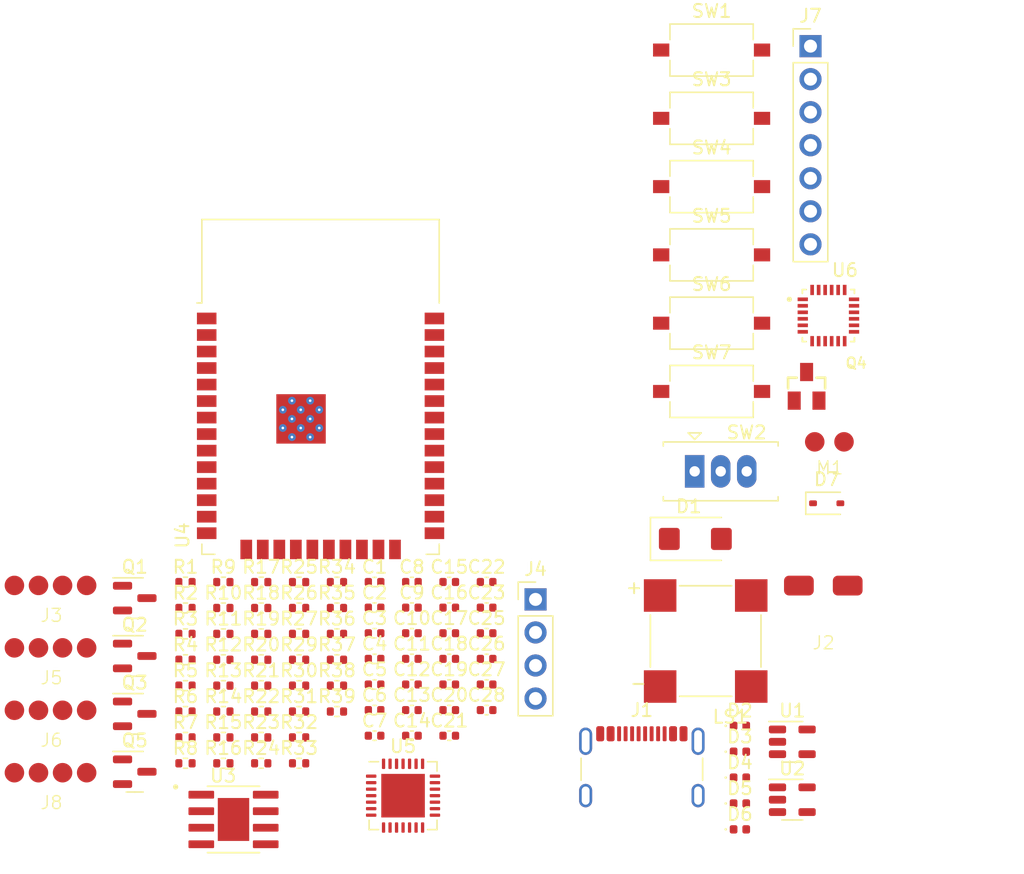
<source format=kicad_pcb>
(kicad_pcb (version 20221018) (generator pcbnew)
  (layers (0 "F.Cu" signal) (31 "B.Cu" signal) (34 "B.Paste" user) (35 "F.Paste" user) (36 "B.SilkS" user "B.Silkscreen") (37 "F.SilkS" user "F.Silkscreen") (38 "B.Mask" user) (39 "F.Mask" user) (44 "Edge.Cuts" user))
  (net 0 "")
  (net 1 "GND")
  (net 2 "+5V")
  (net 3 "VBUS")
  (net 4 "+3.3V")
  (net 5 "/IO0")
  (net 6 "Net-(U6-REGOUT)")
  (net 7 "Net-(U6-CPOUT)")
  (net 8 "/Mode")
  (net 9 "/Down")
  (net 10 "/Select")
  (net 11 "/Up")
  (net 12 "Net-(D2-A)")
  (net 13 "Net-(D3-K)")
  (net 14 "Net-(D4-K)")
  (net 15 "/RX")
  (net 16 "Net-(D5-A)")
  (net 17 "/TX")
  (net 18 "Net-(D6-A)")
  (net 19 "Net-(J1-CC1)")
  (net 20 "/D+")
  (net 21 "/D-")
  (net 23 "Net-(J1-CC2)")
  (net 25 "+BATT")
  (net 26 "Net-(Q1-G)")
  (net 27 "/27")
  (net 28 "/14")
  (net 29 "/12")
  (net 30 "/SCL")
  (net 31 "/SDA")
  (net 32 "/RX2")
  (net 33 "/TX2")
  (net 37 "Net-(M1-+)")
  (net 38 "Net-(Q2-B)")
  (net 39 "/RTS")
  (net 40 "Net-(Q3-B)")
  (net 41 "/DTR")
  (net 42 "/motor")
  (net 43 "Net-(U3-~{STDBY})")
  (net 44 "Net-(U3-~{CHRG})")
  (net 45 "Net-(U3-PROG)")
  (net 46 "/ADC_Batt")
  (net 47 "Net-(U6-AD0)")
  (net 48 "Net-(SW2-A)")
  (net 49 "/Buzz")
  (net 75 "/EN")
  (net 76 "ENA")
  (net 77 "Net-(Q5-C)")
  (net 78 "Net-(U5-VDD)")
  (net 79 "Net-(U4-VDD)")
  (net 80 "Net-(U6-VDD)")
  (net 81 "Net-(D7-PadC)")
  (net 82 "Net-(Q1-D)")
  (net 83 "Net-(J4-Pin_2)")
  (net 84 "Net-(J5-Pin_4)")
  (net 85 "Net-(Q4-Pad3)")
  (net 86 "Net-(U1-VOUT)")
  (net 87 "Net-(U5-RXD)")
  (net 88 "Net-(U5-TXD)")
  (net 89 "Net-(U5-~{RST})")
  (net 90 "Net-(U5-VBUS)")
  (net 91 "Net-(U3-VCC)")
  (net 110 "Net-(J6-Pin_2)")
  (footprint "Resistor_SMD:R_0402_1005Metric" (layer "F.Cu") (at 45.9145 161.644)
    (fp_text reference "R34" (at 0 -1.17) (layer "F.SilkS"))
    (fp_text value "0")
    (pad "1" smd roundrect (at -0.51 0) (size 0.54 0.64) (layers "F.Cu" "F.Paste" "F.Mask") (net 3 "VBUS"))
    (pad "2" smd roundrect (at 0.51 0) (size 0.54 0.64) (layers "F.Cu" "F.Paste" "F.Mask") (net 82 "Net-(Q1-D)"))
  )
  (footprint "Package_TO_SOT_SMD:SOT-23" (layer "F.Cu") (at 30.3745 176.224)
    (fp_text reference "Q5" (at 0 -2.4) (layer "F.SilkS"))
    (fp_text value "BC847")
    (pad "1" smd roundrect (at -0.9375 -0.95) (size 1.475 0.6) (layers "F.Cu" "F.Paste" "F.Mask") (net 49 "/Buzz"))
    (pad "2" smd roundrect (at -0.9375 0.95) (size 1.475 0.6) (layers "F.Cu" "F.Paste" "F.Mask") (net 1 "GND"))
    (pad "3" smd roundrect (at 0.9375 0) (size 1.475 0.6) (layers "F.Cu" "F.Paste" "F.Mask") (net 77 "Net-(Q5-C)"))
  )
  (footprint "Resistor_SMD:R_0402_1005Metric" (layer "F.Cu") (at 34.2745 173.584)
    (fp_text reference "R7" (at 0 -1.17) (layer "F.SilkS"))
    (fp_text value "1K")
    (pad "1" smd roundrect (at -0.51 0) (size 0.54 0.64) (layers "F.Cu" "F.Paste" "F.Mask") (net 1 "GND"))
    (pad "2" smd roundrect (at 0.51 0) (size 0.54 0.64) (layers "F.Cu" "F.Paste" "F.Mask") (net 45 "Net-(U3-PROG)"))
  )
  (footprint "Resistor_SMD:R_0402_1005Metric" (layer "F.Cu") (at 37.1845 169.604)
    (fp_text reference "R13" (at 0 -1.17) (layer "F.SilkS"))
    (fp_text value "1K")
    (pad "1" smd roundrect (at -0.51 0) (size 0.54 0.64) (layers "F.Cu" "F.Paste" "F.Mask") (net 5 "/IO0"))
    (pad "2" smd roundrect (at 0.51 0) (size 0.54 0.64) (layers "F.Cu" "F.Paste" "F.Mask") (net 4 "+3.3V"))
  )
  (footprint "Button_Switch_SMD:solder_pad_4" (layer "F.Cu") (at 23.9795 179.099)
    (fp_text reference "J8" (at 0 -0.5 unlocked) (layer "F.SilkS") (effects (font (thickness 0.1))))
    (fp_text value "ICSP")
    (pad "1" smd circle (at -2.85 -2.8) (size 1.5 1.5) (layers "F.Cu" "F.Paste" "F.Mask") (net 1 "GND"))
    (pad "2" smd circle (at -1 -2.8) (size 1.5 1.5) (layers "F.Cu" "F.Paste" "F.Mask") (net 17 "/TX"))
    (pad "3" smd circle (at 0.85 -2.8) (size 1.5 1.5) (layers "F.Cu" "F.Paste" "F.Mask") (net 15 "/RX"))
    (pad "4" smd circle (at 2.7 -2.8) (size 1.5 1.5) (layers "F.Cu" "F.Paste" "F.Mask") (net 2 "+5V"))
  )
  (footprint "Capacitor_SMD:C_0402_1005Metric" (layer "F.Cu") (at 48.8045 173.454)
    (fp_text reference "C7" (at 0 -1.16) (layer "F.SilkS"))
    (fp_text value "0.1uF")
    (pad "1" smd roundrect (at -0.48 0) (size 0.56 0.62) (layers "F.Cu" "F.Paste" "F.Mask") (net 1 "GND"))
    (pad "2" smd roundrect (at 0.48 0) (size 0.56 0.62) (layers "F.Cu" "F.Paste" "F.Mask") (net 75 "/EN"))
  )
  (footprint "Capacitor_SMD:C_0402_1005Metric" (layer "F.Cu") (at 54.5445 167.544)
    (fp_text reference "C18" (at 0 -1.16) (layer "F.SilkS"))
    (fp_text value "0.1uF")
    (pad "1" smd roundrect (at -0.48 0) (size 0.56 0.62) (layers "F.Cu" "F.Paste" "F.Mask") (net 1 "GND"))
    (pad "2" smd roundrect (at 0.48 0) (size 0.56 0.62) (layers "F.Cu" "F.Paste" "F.Mask") (net 4 "+3.3V"))
  )
  (footprint "Capacitor_SMD:C_0402_1005Metric" (layer "F.Cu") (at 51.6745 171.484)
    (fp_text reference "C13" (at 0 -1.16) (layer "F.SilkS"))
    (fp_text value "0.1uF")
    (pad "1" smd roundrect (at -0.48 0) (size 0.56 0.62) (layers "F.Cu" "F.Paste" "F.Mask") (net 4 "+3.3V"))
    (pad "2" smd roundrect (at 0.48 0) (size 0.56 0.62) (layers "F.Cu" "F.Paste" "F.Mask") (net 1 "GND"))
  )
  (footprint "LED_SMD:LED_0402_1005Metric" (layer "F.Cu") (at 76.8795 178.664)
    (fp_text reference "D5" (at 0 -1.17) (layer "F.SilkS"))
    (fp_text value "LED")
    (pad "1" smd roundrect (at -0.485 0) (size 0.59 0.64) (layers "F.Cu" "F.Paste" "F.Mask") (net 15 "/RX"))
    (pad "2" smd roundrect (at 0.485 0) (size 0.59 0.64) (layers "F.Cu" "F.Paste" "F.Mask") (net 16 "Net-(D5-A)"))
  )
  (footprint "Button_Switch_SMD:SW_Tactile_SPST_NO_Straight_CK_PTS636Sx25SMTRLFS" (layer "F.Cu") (at 74.7045 136.484)
    (fp_text reference "SW5" (at 0 -3 unlocked) (layer "F.SilkS"))
    (fp_text value "Mode")
    (pad "1" smd rect (at -3.875 0) (size 1.25 1) (layers "F.Cu" "F.Paste" "F.Mask") (net 9 "/Down"))
    (pad "2" smd rect (at 3.875 0) (size 1.25 1) (layers "F.Cu" "F.Paste" "F.Mask") (net 1 "GND"))
  )
  (footprint "Capacitor_SMD:C_0402_1005Metric" (layer "F.Cu") (at 48.8045 169.514)
    (fp_text reference "C5" (at 0 -1.16) (layer "F.SilkS"))
    (fp_text value "0.1uF")
    (pad "1" smd roundrect (at -0.48 0) (size 0.56 0.62) (layers "F.Cu" "F.Paste" "F.Mask") (net 1 "GND"))
    (pad "2" smd roundrect (at 0.48 0) (size 0.56 0.62) (layers "F.Cu" "F.Paste" "F.Mask") (net 3 "VBUS"))
  )
  (footprint "Resistor_SMD:R_0402_1005Metric" (layer "F.Cu") (at 34.2745 165.624)
    (fp_text reference "R3" (at 0 -1.17) (layer "F.SilkS"))
    (fp_text value "100K")
    (pad "1" smd roundrect (at -0.51 0) (size 0.54 0.64) (layers "F.Cu" "F.Paste" "F.Mask") (net 26 "Net-(Q1-G)"))
    (pad "2" smd roundrect (at 0.51 0) (size 0.54 0.64) (layers "F.Cu" "F.Paste" "F.Mask") (net 1 "GND"))
  )
  (footprint "Connector_PinHeader_2.54mm:PinHeader_1x07_P2.54mm_Vertical" (layer "F.Cu") (at 82.3045 120.434)
    (fp_text reference "J7" (at 0 -2.33) (layer "F.SilkS"))
    (fp_text value "MAX30102")
    (pad "1" thru_hole rect (at 0 0) (size 1.7 1.7) (drill 1) (layers "*.Cu" "*.Mask") (net 4 "+3.3V"))
    (pad "2" thru_hole oval (at 0 2.54) (size 1.7 1.7) (drill 1) (layers "*.Cu" "*.Mask") (net 30 "/SCL"))
    (pad "3" thru_hole oval (at 0 5.08) (size 1.7 1.7) (drill 1) (layers "*.Cu" "*.Mask") (net 31 "/SDA"))
    (pad "4" thru_hole oval (at 0 7.62) (size 1.7 1.7) (drill 1) (layers "*.Cu" "*.Mask"))
    (pad "5" thru_hole oval (at 0 10.16) (size 1.7 1.7) (drill 1) (layers "*.Cu" "*.Mask"))
    (pad "6" thru_hole oval (at 0 12.7) (size 1.7 1.7) (drill 1) (layers "*.Cu" "*.Mask"))
    (pad "7" thru_hole oval (at 0 15.24) (size 1.7 1.7) (drill 1) (layers "*.Cu" "*.Mask") (net 1 "GND"))
  )
  (footprint "Capacitor_SMD:C_0402_1005Metric" (layer "F.Cu") (at 57.4145 165.574)
    (fp_text reference "C25" (at 0 -1.16) (layer "F.SilkS"))
    (fp_text value "0.1uF")
    (pad "1" smd roundrect (at -0.48 0) (size 0.56 0.62) (layers "F.Cu" "F.Paste" "F.Mask") (net 1 "GND"))
    (pad "2" smd roundrect (at 0.48 0) (size 0.56 0.62) (layers "F.Cu" "F.Paste" "F.Mask") (net 8 "/Mode"))
  )
  (footprint "Resistor_SMD:R_0402_1005Metric" (layer "F.Cu") (at 37.1845 165.624)
    (fp_text reference "R11" (at 0 -1.17) (layer "F.SilkS"))
    (fp_text value "150E")
    (pad "1" smd roundrect (at -0.51 0) (size 0.54 0.64) (layers "F.Cu" "F.Paste" "F.Mask") (net 4 "+3.3V"))
    (pad "2" smd roundrect (at 0.51 0) (size 0.54 0.64) (layers "F.Cu" "F.Paste" "F.Mask") (net 18 "Net-(D6-A)"))
  )
  (footprint "Capacitor_SMD:C_0402_1005Metric" (layer "F.Cu") (at 54.5445 163.604)
    (fp_text reference "C16" (at 0 -1.16) (layer "F.SilkS"))
    (fp_text value "0.1uF")
    (pad "1" smd roundrect (at -0.48 0) (size 0.56 0.62) (layers "F.Cu" "F.Paste" "F.Mask") (net 3 "VBUS"))
    (pad "2" smd roundrect (at 0.48 0) (size 0.56 0.62) (layers "F.Cu" "F.Paste" "F.Mask") (net 1 "GND"))
  )
  (footprint "Package_TO_SOT_SMD:SOT-23" (layer "F.Cu") (at 30.3745 171.774)
    (fp_text reference "Q3" (at 0 -2.4) (layer "F.SilkS"))
    (fp_text value "BC817")
    (pad "1" smd roundrect (at -0.9375 -0.95) (size 1.475 0.6) (layers "F.Cu" "F.Paste" "F.Mask") (net 40 "Net-(Q3-B)"))
    (pad "2" smd roundrect (at -0.9375 0.95) (size 1.475 0.6) (layers "F.Cu" "F.Paste" "F.Mask") (net 41 "/DTR"))
    (pad "3" smd roundrect (at 0.9375 0) (size 1.475 0.6) (layers "F.Cu" "F.Paste" "F.Mask") (net 5 "/IO0"))
  )
  (footprint "Capacitor_SMD:C_0402_1005Metric" (layer "F.Cu") (at 48.8045 171.484)
    (fp_text reference "C6" (at 0 -1.16) (layer "F.SilkS"))
    (fp_text value "0.1uF")
    (pad "1" smd roundrect (at -0.48 0) (size 0.56 0.62) (layers "F.Cu" "F.Paste" "F.Mask") (net 1 "GND"))
    (pad "2" smd roundrect (at 0.48 0) (size 0.56 0.62) (layers "F.Cu" "F.Paste" "F.Mask") (net 3 "VBUS"))
  )
  (footprint "Capacitor_SMD:C_0402_1005Metric" (layer "F.Cu") (at 51.6745 163.604)
    (fp_text reference "C9" (at 0 -1.16) (layer "F.SilkS"))
    (fp_text value "0.1uF")
    (pad "1" smd roundrect (at -0.48 0) (size 0.56 0.62) (layers "F.Cu" "F.Paste" "F.Mask") (net 1 "GND"))
    (pad "2" smd roundrect (at 0.48 0) (size 0.56 0.62) (layers "F.Cu" "F.Paste" "F.Mask") (net 79 "Net-(U4-VDD)"))
  )
  (footprint "Resistor_SMD:R_0402_1005Metric" (layer "F.Cu") (at 40.0945 161.644)
    (fp_text reference "R17" (at 0 -1.17) (layer "F.SilkS"))
    (fp_text value "10K")
    (pad "1" smd roundrect (at -0.51 0) (size 0.54 0.64) (layers "F.Cu" "F.Paste" "F.Mask") (net 46 "/ADC_Batt"))
    (pad "2" smd roundrect (at 0.51 0) (size 0.54 0.64) (layers "F.Cu" "F.Paste" "F.Mask") (net 1 "GND"))
  )
  (footprint "Resistor_SMD:R_0402_1005Metric" (layer "F.Cu") (at 43.0045 173.584)
    (fp_text reference "R32" (at 0 -1.17) (layer "F.SilkS"))
    (fp_text value "4.7K")
    (pad "1" smd roundrect (at -0.51 0) (size 0.54 0.64) (layers "F.Cu" "F.Paste" "F.Mask") (net 78 "Net-(U5-VDD)"))
    (pad "2" smd roundrect (at 0.51 0) (size 0.54 0.64) (layers "F.Cu" "F.Paste" "F.Mask") (net 89 "Net-(U5-~{RST})"))
  )
  (footprint "Resistor_SMD:R_0402_1005Metric" (layer "F.Cu") (at 34.2745 161.644)
    (fp_text reference "R1" (at 0 -1.17) (layer "F.SilkS"))
    (fp_text value "5.1K")
    (pad "1" smd roundrect (at -0.51 0) (size 0.54 0.64) (layers "F.Cu" "F.Paste" "F.Mask") (net 23 "Net-(J1-CC2)"))
    (pad "2" smd roundrect (at 0.51 0) (size 0.54 0.64) (layers "F.Cu" "F.Paste" "F.Mask") (net 1 "GND"))
  )
  (footprint "Capacitor_SMD:C_0402_1005Metric" (layer "F.Cu") (at 54.5445 165.574)
    (fp_text reference "C17" (at 0 -1.16) (layer "F.SilkS"))
    (fp_text value "0.1uF")
    (pad "1" smd roundrect (at -0.48 0) (size 0.56 0.62) (layers "F.Cu" "F.Paste" "F.Mask") (net 1 "GND"))
    (pad "2" smd roundrect (at 0.48 0) (size 0.56 0.62) (layers "F.Cu" "F.Paste" "F.Mask") (net 4 "+3.3V"))
  )
  (footprint "Resistor_SMD:R_0402_1005Metric" (layer "F.Cu") (at 37.1845 171.594)
    (fp_text reference "R14" (at 0 -1.17) (layer "F.SilkS"))
    (fp_text value "1K")
    (pad "1" smd roundrect (at -0.51 0) (size 0.54 0.64) (layers "F.Cu" "F.Paste" "F.Mask") (net 31 "/SDA"))
    (pad "2" smd roundrect (at 0.51 0) (size 0.54 0.64) (layers "F.Cu" "F.Paste" "F.Mask") (net 4 "+3.3V"))
  )
  (footprint "Resistor_SMD:R_0402_1005Metric" (layer "F.Cu") (at 34.2745 163.634)
    (fp_text reference "R2" (at 0 -1.17) (layer "F.SilkS"))
    (fp_text value "5.1K")
    (pad "1" smd roundrect (at -0.51 0) (size 0.54 0.64) (layers "F.Cu" "F.Paste" "F.Mask") (net 19 "Net-(J1-CC1)"))
    (pad "2" smd roundrect (at 0.51 0) (size 0.54 0.64) (layers "F.Cu" "F.Paste" "F.Mask") (net 1 "GND"))
  )
  (footprint "Diode_SMD:D_SOD-323" (layer "F.Cu") (at 83.5495 155.584)
    (fp_text reference "D7" (at 0 -1.85) (layer "F.SilkS"))
    (fp_text value "1N4148")
    (pad "A" smd roundrect (at -1.05 0) (size 0.6 0.45) (layers "F.Cu" "F.Paste" "F.Mask") (net 77 "Net-(Q5-C)"))
    (pad "C" smd roundrect (at 1.05 0) (size 0.6 0.45) (layers "F.Cu" "F.Paste" "F.Mask") (net 81 "Net-(D7-PadC)"))
  )
  (footprint "Capacitor_SMD:C_0402_1005Metric" (layer "F.Cu") (at 51.6745 173.454)
    (fp_text reference "C14" (at 0 -1.16) (layer "F.SilkS"))
    (fp_text value "0.1uF")
    (pad "1" smd roundrect (at -0.48 0) (size 0.56 0.62) (layers "F.Cu" "F.Paste" "F.Mask") (net 4 "+3.3V"))
    (pad "2" smd roundrect (at 0.48 0) (size 0.56 0.62) (layers "F.Cu" "F.Paste" "F.Mask") (net 1 "GND"))
  )
  (footprint "Capacitor_SMD:C_0402_1005Metric" (layer "F.Cu") (at 51.6745 169.514)
    (fp_text reference "C12" (at 0 -1.16) (layer "F.SilkS"))
    (fp_text value "0.1uF")
    (pad "1" smd roundrect (at -0.48 0) (size 0.56 0.62) (layers "F.Cu" "F.Paste" "F.Mask") (net 4 "+3.3V"))
    (pad "2" smd roundrect (at 0.48 0) (size 0.56 0.62) (layers "F.Cu" "F.Paste" "F.Mask") (net 1 "GND"))
  )
  (footprint "Package_TO_SOT_SMD:SOT-23-5" (layer "F.Cu") (at 80.9045 178.374)
    (fp_text reference "U2" (at 0 -2.4) (layer "F.SilkS"))
    (fp_text value "AP2112K-3.3")
    (pad "1" smd roundrect (at -1.1375 -0.95) (size 1.325 0.6) (layers "F.Cu" "F.Paste" "F.Mask") (net 3 "VBUS"))
    (pad "2" smd roundrect (at -1.1375 0) (size 1.325 0.6) (layers "F.Cu" "F.Paste" "F.Mask") (net 1 "GND"))
    (pad "3" smd roundrect (at -1.1375 0.95) (size 1.325 0.6) (layers "F.Cu" "F.Paste" "F.Mask") (net 76 "ENA"))
    (pad "4" smd roundrect (at 1.1375 0.95) (size 1.325 0.6) (layers "F.Cu" "F.Paste" "F.Mask"))
    (pad "5" smd roundrect (at 1.1375 -0.95) (size 1.325 0.6) (layers "F.Cu" "F.Paste" "F.Mask") (net 86 "Net-(U1-VOUT)"))
  )
  (footprint "Resistor_SMD:R_0402_1005Metric" (layer "F.Cu") (at 34.2745 167.614)
    (fp_text reference "R4" (at 0 -1.17) (layer "F.SilkS"))
    (fp_text value "150E")
    (pad "1" smd roundrect (at -0.51 0) (size 0.54 0.64) (layers "F.Cu" "F.Paste" "F.Mask") (net 4 "+3.3V"))
    (pad "2" smd roundrect (at 0.51 0) (size 0.54 0.64) (layers "F.Cu" "F.Paste" "F.Mask") (net 12 "Net-(D2-A)"))
  )
  (footprint "Resistor_SMD:R_0402_1005Metric" (layer "F.Cu") (at 43.0045 175.574)
    (fp_text reference "R33" (at 0 -1.17) (layer "F.SilkS"))
    (fp_text value "0")
    (pad "1" smd roundrect (at -0.51 0) (size 0.54 0.64) (layers "F.Cu" "F.Paste" "F.Mask") (net 3 "VBUS"))
    (pad "2" smd roundrect (at 0.51 0) (size 0.54 0.64) (layers "F.Cu" "F.Paste" "F.Mask") (net 90 "Net-(U5-VBUS)"))
  )
  (footprint "Resistor_SMD:R_0402_1005Metric" (layer "F.Cu") (at 43.0045 171.594)
    (fp_text reference "R31" (at 0 -1.17) (layer "F.SilkS"))
    (fp_text value "220E")
    (pad "1" smd roundrect (at -0.51 0) (size 0.54 0.64) (layers "F.Cu" "F.Paste" "F.Mask") (net 17 "/TX"))
    (pad "2" smd roundrect (at 0.51 0) (size 0.54 0.64) (layers "F.Cu" "F.Paste" "F.Mask") (net 88 "Net-(U5-TXD)"))
  )
  (footprint "Capacitor_SMD:C_0402_1005Metric" (layer "F.Cu") (at 54.5445 173.454)
    (fp_text reference "C21" (at 0 -1.16) (layer "F.SilkS"))
    (fp_text value "0.1uF")
    (pad "1" smd roundrect (at -0.48 0) (size 0.56 0.62) (layers "F.Cu" "F.Paste" "F.Mask") (net 80 "Net-(U6-VDD)"))
    (pad "2" smd roundrect (at 0.48 0) (size 0.56 0.62) (layers "F.Cu" "F.Paste" "F.Mask") (net 1 "GND"))
  )
  (footprint "Resistor_SMD:R_0402_1005Metric" (layer "F.Cu") (at 37.1845 173.584)
    (fp_text reference "R15" (at 0 -1.17) (layer "F.SilkS"))
    (fp_text value "1K")
    (pad "1" smd roundrect (at -0.51 0) (size 0.54 0.64) (layers "F.Cu" "F.Paste" "F.Mask") (net 4 "+3.3V"))
    (pad "2" smd roundrect (at 0.51 0) (size 0.54 0.64) (layers "F.Cu" "F.Paste" "F.Mask") (net 30 "/SCL"))
  )
  (footprint "TP4056:SOP127P600X175-9N" (layer "F.Cu") (at 37.9645 179.894)
    (fp_text reference "U3" (at -0.795 -3.362) (layer "F.SilkS"))
    (fp_text value "TP4056")
    (pad "1" smd roundrect (at -2.475 -1.905) (size 1.97 0.6) (layers "F.Cu" "F.Paste" "F.Mask") (roundrect_rratio 0.125) (net 45 "Net-(U3-PROG)"))
    (pad "2" smd roundrect (at -2.475 -0.635) (size 1.97 0.6) (layers "F.Cu" "F.Paste" "F.Mask") (roundrect_rratio 0.125) (net 45 "Net-(U3-PROG)"))
    (pad "3" smd roundrect (at -2.475 0.635) (size 1.97 0.6) (layers "F.Cu" "F.Paste" "F.Mask") (roundrect_rratio 0.125) (net 1 "GND"))
    (pad "4" smd roundrect (at -2.475 1.905) (size 1.97 0.6) (layers "F.Cu" "F.Paste" "F.Mask") (roundrect_rratio 0.125) (net 91 "Net-(U3-VCC)"))
    (pad "5" smd roundrect (at 2.475 1.905) (size 1.97 0.6) (layers "F.Cu" "F.Paste" "F.Mask") (roundrect_rratio 0.125) (net 25 "+BATT"))
    (pad "6" smd roundrect (at 2.475 0.635) (size 1.97 0.6) (layers "F.Cu" "F.Paste" "F.Mask") (roundrect_rratio 0.125) (net 43 "Net-(U3-~{STDBY})"))
    (pad "7" smd roundrect (at 2.475 -0.635) (size 1.97 0.6) (layers "F.Cu" "F.Paste" "F.Mask") (roundrect_rratio 0.125) (net 44 "Net-(U3-~{CHRG})"))
    (pad "8" smd roundrect (at 2.475 -1.905) (size 1.97 0.6) (layers "F.Cu" "F.Paste" "F.Mask") (roundrect_rratio 0.125) (net 2 "+5V"))
    (pad "9" smd rect (at 0 0) (size 2.413 3.302) (layers "F.Cu" "F.Mask") (net 1 "GND"))
  )
  (footprint "Button_Switch_SMD:solder_pad_4" (layer "F.Cu") (at 23.9795 169.499)
    (fp_text reference "J5" (at 0 -0.5 unlocked) (layer "F.SilkS") (effects (font (thickness 0.1))))
    (fp_text value "BN220")
    (pad "1" smd circle (at -2.85 -2.8) (size 1.5 1.5) (layers "F.Cu" "F.Paste" "F.Mask") (net 1 "GND"))
    (pad "2" smd circle (at -1 -2.8) (size 1.5 1.5) (layers "F.Cu" "F.Paste" "F.Mask") (net 32 "/RX2"))
    (pad "3" smd circle (at 0.85 -2.8) (size 1.5 1.5) (layers "F.Cu" "F.Paste" "F.Mask") (net 33 "/TX2"))
    (pad "4" smd circle (at 2.7 -2.8) (size 1.5 1.5) (layers "F.Cu" "F.Paste" "F.Mask") (net 84 "Net-(J5-Pin_4)"))
  )
  (footprint "LED_SMD:LED_0402_1005Metric" (layer "F.Cu") (at 76.8795 180.654)
    (fp_text reference "D6" (at 0 -1.17) (layer "F.SilkS"))
    (fp_text value "LED")
    (pad "1" smd roundrect (at -0.485 0) (size 0.59 0.64) (layers "F.Cu" "F.Paste" "F.Mask") (net 17 "/TX"))
    (pad "2" smd roundrect (at 0.485 0) (size 0.59 0.64) (layers "F.Cu" "F.Paste" "F.Mask") (net 18 "Net-(D6-A)"))
  )
  (footprint "Resistor_SMD:R_0402_1005Metric" (layer "F.Cu") (at 40.0945 175.574)
    (fp_text reference "R24" (at 0 -1.17) (layer "F.SilkS"))
    (fp_text value "1K")
    (pad "1" smd roundrect (at -0.51 0) (size 0.54 0.64) (layers "F.Cu" "F.Paste" "F.Mask") (net 11 "/Up"))
    (pad "2" smd roundrect (at 0.51 0) (size 0.54 0.64) (layers "F.Cu" "F.Paste" "F.Mask") (net 4 "+3.3V"))
  )
  (footprint "Capacitor_SMD:C_0402_1005Metric" (layer "F.Cu") (at 54.5445 171.484)
    (fp_text reference "C20" (at 0 -1.16) (layer "F.SilkS"))
    (fp_text value "0.1uF")
    (pad "1" smd roundrect (at -0.48 0) (size 0.56 0.62) (layers "F.Cu" "F.Paste" "F.Mask") (net 1 "GND"))
    (pad "2" smd roundrect (at 0.48 0) (size 0.56 0.62) (layers "F.Cu" "F.Paste" "F.Mask") (net 4 "+3.3V"))
  )
  (footprint "Button_Switch_SMD:SW_Tactile_SPST_NO_Straight_CK_PTS636Sx25SMTRLFS" (layer "F.Cu") (at 74.7045 125.984)
    (fp_text reference "SW3" (at 0 -3 unlocked) (layer "F.SilkS"))
    (fp_text value "SW_DPST_x2")
    (pad "1" smd rect (at -3.875 0) (size 1.25 1) (layers "F.Cu" "F.Paste" "F.Mask") (net 1 "GND"))
    (pad "2" smd rect (at 3.875 0) (size 1.25 1) (layers "F.Cu" "F.Paste" "F.Mask") (net 5 "/IO0"))
  )
  (footprint "Capacitor_SMD:C_0402_1005Metric" (layer "F.Cu") (at 57.4145 167.544)
    (fp_text reference "C26" (at 0 -1.16) (layer "F.SilkS"))
    (fp_text value "0.1uF")
    (pad "1" smd roundrect (at -0.48 0) (size 0.56 0.62) (layers "F.Cu" "F.Paste" "F.Mask") (net 1 "GND"))
    (pad "2" smd roundrect (at 0.48 0) (size 0.56 0.62) (layers "F.Cu" "F.Paste" "F.Mask") (net 9 "/Down"))
  )
  (footprint "Capacitor_SMD:C_0402_1005Metric" (layer "F.Cu") (at 48.8045 161.634)
    (fp_text reference "C1" (at 0 -1.16) (layer "F.SilkS"))
    (fp_text value "0.1uF")
    (pad "1" smd roundrect (at -0.48 0) (size 0.56 0.62) (layers "F.Cu" "F.Paste" "F.Mask") (net 2 "+5V"))
    (pad "2" smd roundrect (at 0.48 0) (size 0.56 0.62) (layers "F.Cu" "F.Paste" "F.Mask") (net 1 "GND"))
  )
  (footprint "Capacitor_SMD:C_0402_1005Metric" (layer "F.Cu") (at 48.8045 163.604)
    (fp_text reference "C2" (at 0 -1.16) (layer "F.SilkS"))
    (fp_text value "0.1uF")
    (pad "1" smd roundrect (at -0.48 0) (size 0.56 0.62) (layers "F.Cu" "F.Paste" "F.Mask") (net 1 "GND"))
    (pad "2" smd roundrect (at 0.48 0) (size 0.56 0.62) (layers "F.Cu" "F.Paste" "F.Mask") (net 82 "Net-(Q1-D)"))
  )
  (footprint "Resistor_SMD:R_0402_1005Metric" (layer "F.Cu") (at 43.0045 165.624)
    (fp_text reference "R27" (at 0 -1.17) (layer "F.SilkS"))
    (fp_text value "0")
    (pad "1" smd roundrect (at -0.51 0) (size 0.54 0.64) (layers "F.Cu" "F.Paste" "F.Mask") (net 4 "+3.3V"))
    (pad "2" smd roundrect (at 0.51 0) (size 0.54 0.64) (layers "F.Cu" "F.Paste" "F.Mask") (net 85 "Net-(Q4-Pad3)"))
  )
  (footprint "Resistor_SMD:R_0402_1005Metric" (layer "F.Cu") (at 43.0045 167.614)
    (fp_text reference "R29" (at 0 -1.17) (layer "F.SilkS"))
    (fp_text value "0")
    (pad "1" smd roundrect (at -0.51 0) (size 0.54 0.64) (layers "F.Cu" "F.Paste" "F.Mask") (net 4 "+3.3V"))
    (pad "2" smd roundrect (at 0.51 0) (size 0.54 0.64) (layers "F.Cu" "F.Paste" "F.Mask") (net 81 "Net-(D7-PadC)"))
  )
  (footprint "Capacitor_SMD:C_0402_1005Metric" (layer "F.Cu") (at 54.5445 169.514)
    (fp_text reference "C19" (at 0 -1.16) (layer "F.SilkS"))
    (fp_text value "0.1uF")
    (pad "1" smd roundrect (at -0.48 0) (size 0.56 0.62) (layers "F.Cu" "F.Paste" "F.Mask") (net 1 "GND"))
    (pad "2" smd roundrect (at 0.48 0) (size 0.56 0.62) (layers "F.Cu" "F.Paste" "F.Mask") (net 4 "+3.3V"))
  )
  (footprint "Resistor_SMD:R_0402_1005Metric" (layer "F.Cu") (at 43.0045 163.634)
    (fp_text reference "R26" (at 0 -1.17) (layer "F.SilkS"))
    (fp_text value "0")
    (pad "1" smd roundrect (at -0.51 0) (size 0.54 0.64) (layers "F.Cu" "F.Paste" "F.Mask") (net 4 "+3.3V"))
    (pad "2" smd roundrect (at 0.51 0) (size 0.54 0.64) (layers "F.Cu" "F.Paste" "F.Mask") (net 84 "Net-(J5-Pin_4)"))
  )
  (footprint "Button_Switch_SMD:solder_pad_4" (layer "F.Cu") (at 23.9795 164.699)
    (fp_text reference "J3" (at 0 -0.5 unlocked) (layer "F.SilkS") (effects (font (thickness 0.1))))
    (fp_text value "Peripheral")
    (pad "1" smd circle (at -2.85 -2.8) (size 1.5 1.5) (layers "F.Cu" "F.Paste" "F.Mask") (net 1 "GND"))
    (pad "2" smd circle (at -1 -2.8) (size 1.5 1.5) (layers "F.Cu" "F.Paste" "F.Mask") (net 27 "/27"))
    (pad "3" smd circle (at 0.85 -2.8) (size 1.5 1.5) (layers "F.Cu" "F.Paste" "F.Mask") (net 28 "/14"))
    (pad "4" smd circle (at 2.7 -2.8) (size 1.5 1.5) (layers "F.Cu" "F.Paste" "F.Mask") (net 29 "/12"))
  )
  (footprint "LED_SMD:LED_0402_1005Metric" (layer "F.Cu") (at 76.8795 172.694)
    (fp_text reference "D2" (at 0 -1.17) (layer "F.SilkS"))
    (fp_text value "LED")
    (pad "1" smd roundrect (at -0.485 0) (size 0.59 0.64) (layers "F.Cu" "F.Paste" "F.Mask") (net 1 "GND"))
    (pad "2" smd roundrect (at 0.485 0) (size 0.59 0.64) (layers "F.Cu" "F.Paste" "F.Mask") (net 12 "Net-(D2-A)"))
  )
  (footprint "Button_Switch_SMD:solder_pad_4" (layer "F.Cu") (at 23.9795 174.299)
    (fp_text reference "J6" (at 0 -0.5 unlocked) (layer "F.SilkS") (effects (font (thickness 0.1))))
    (fp_text value "Peripheral")
    (pad "1" smd circle (at -2.85 -2.8) (size 1.5 1.5) (layers "F.Cu" "F.Paste" "F.Mask") (net 1 "GND"))
    (pad "2" smd circle (at -1 -2.8) (size 1.5 1.5) (layers "F.Cu" "F.Paste" "F.Mask") (net 110 "Net-(J6-Pin_2)"))
    (pad "3" smd circle (at 0.85 -2.8) (size 1.5 1.5) (layers "F.Cu" "F.Paste" "F.Mask") (net 30 "/SCL"))
    (pad "4" smd circle (at 2.7 -2.8) (size 1.5 1.5) (layers "F.Cu" "F.Paste" "F.Mask") (net 31 "/SDA"))
  )
  (footprint "Resistor_SMD:R_0402_1005Metric" (layer "F.Cu") (at 40.0945 165.624)
    (fp_text reference "R19" (at 0 -1.17) (layer "F.SilkS"))
    (fp_text value "1K")
    (pad "1" smd roundrect (at -0.51 0) (size 0.54 0.64) (layers "F.Cu" "F.Paste" "F.Mask") (net 48 "Net-(SW2-A)"))
    (pad "2" smd roundrect (at 0.51 0) (size 0.54 0.64) (layers "F.Cu" "F.Paste" "F.Mask") (net 76 "ENA"))
  )
  (footprint "Resistor_SMD:R_0402_1005Metric" (layer "F.Cu") (at 45.9145 167.614)
    (fp_text reference "R37" (at 0 -1.17) (layer "F.SilkS"))
    (fp_text value "0")
    (pad "1" smd roundrect (at -0.51 0) (size 0.54 0.64) (layers "F.Cu" "F.Paste" "F.Mask") (net 4 "+3.3V"))
    (pad "2" smd roundrect (at 0.51 0) (size 0.54 0.64) (layers "F.Cu" "F.Paste" "F.Mask") (net 83 "Net-(J4-Pin_2)"))
  )
  (footprint "Button_Switch_SMD:SW_Tactile_SPST_NO_Straight_CK_PTS636Sx25SMTRLFS" (layer "F.Cu") (at 74.7045 141.734)
    (fp_text reference "SW6" (at 0 -3 unlocked) (layer "F.SilkS"))
    (fp_text value "Up")
    (pad "1" smd rect (at -3.875 0) (size 1.25 1) (layers "F.Cu" "F.Paste" "F.Mask") (net 10 "/Select"))
    (pad "2" smd rect (at 3.875 0) (size 1.25 1) (layers "F.Cu" "F.Paste" "F.Mask") (net 1 "GND"))
  )
  (footprint "Button_Switch_THT:SW_Slide_1P2T_CK_OS102011MS2Q" (layer "F.Cu") (at 73.4045 153.129)
    (fp_text reference "SW2" (at 3.99 -2.99) (layer "F.SilkS"))
    (fp_text value "SW_SPDT")
    (pad "1" thru_hole rect (at 0 0) (size 1.5 2.5) (drill 0.8) (layers "*.Cu" "*.Mask") (net 48 "Net-(SW2-A)"))
    (pad "2" thru_hole oval (at 2 0) (size 1.5 2.5) (drill 0.8) (layers "*.Cu" "*.Mask") (net 3 "VBUS"))
    (pad "3" thru_hole oval (at 4 0) (size 1.5 2.5) (drill 0.8) (layers "*.Cu" "*.Mask"))
  )
  (footprint "Resistor_SMD:R_0402_1005Metric" (layer "F.Cu") (at 37.1845 161.644)
    (fp_text reference "R9" (at 0 -1.17) (layer "F.SilkS"))
    (fp_text value "1K")
    (pad "1" smd roundrect (at -0.51 0) (size 0.54 0.64) (layers "F.Cu" "F.Paste" "F.Mask") (net 40 "Net-(Q3-B)"))
    (pad "2" smd roundrect (at 0.51 0) (size 0.54 0.64) (layers "F.Cu" "F.Paste" "F.Mask") (net 39 "/RTS"))
  )
  (footprint "Capacitor_SMD:C_0402_1005Metric" (layer "F.Cu") (at 57.4145 163.604)
    (fp_text reference "C23" (at 0 -1.16) (layer "F.SilkS"))
    (fp_text value "2.2nF")
    (pad "1" smd roundrect (at -0.48 0) (size 0.56 0.62) (layers "F.Cu" "F.Paste" "F.Mask") (net 7 "Net-(U6-CPOUT)"))
    (pad "2" smd roundrect (at 0.48 0) (size 0.56 0.62) (layers "F.Cu" "F.Paste" "F.Mask") (net 1 "GND"))
  )
  (footprint "Resistor_SMD:R_0402_1005Metric" (layer "F.Cu") (at 43.0045 161.644)
    (fp_text reference "R25" (at 0 -1.17) (layer "F.SilkS"))
    (fp_text value "0")
    (pad "1" smd roundrect (at -0.51 0) (size 0.54 0.64) (layers "F.Cu" "F.Paste" "F.Mask") (net 4 "+3.3V"))
    (pad "2" smd roundrect (at 0.51 0) (size 0.54 0.64) (layers "F.Cu" "F.Paste" "F.Mask") (net 86 "Net-(U1-VOUT)"))
  )
  (footprint "Capacitor_SMD:CUI_CMT-8530S-SMT" (layer "F.Cu") (at 64.2495 166.174)
    (fp_text reference "LS1" (at 11.901065 5.823585 180) (layer "F.SilkS") (effects (font (size 1.003205 1.003205))))
    (fp_text value "CMT-8530S-SMT")
    (fp_text user "-" (at 4.82828 3.22731 180) (layer "F.SilkS") (effects (font (size 1.002268 1.002268))))
    (fp_text user "+" (at 4.5 -4.13696 180) (layer "F.SilkS") (effects (font (size 1.001685 1.001685))))
    (pad "1" smd rect (at 13.5 3.5 180) (size 2.5 2.5) (layers "F.Cu" "F.Paste" "F.Mask"))
    (pad "2" smd rect (at 13.5 -3.5 180) (size 2.5 2.5) (layers "F.Cu" "F.Paste" "F.Mask"))
    (pad "N" smd rect (at 6.5 3.5 180) (size 2.5 2.5) (layers "F.Cu" "F.Paste" "F.Mask") (net 77 "Net-(Q5-C)"))
    (pad "P" smd rect (at 6.5 -3.5 180) (size 2.5 2.5) (layers "F.Cu" "F.Paste" "F.Mask") (net 81 "Net-(D7-PadC)"))
  )
  (footprint "Capacitor_SMD:C_0402_1005Metric" (layer "F.Cu") (at 48.8045 165.574)
    (fp_text reference "C3" (at 0 -1.16) (layer "F.SilkS"))
    (fp_text value "0.1uF")
    (pad "1" smd roundrect (at -0.48 0) (size 0.56 0.62) (layers "F.Cu" "F.Paste" "F.Mask") (net 1 "GND"))
    (pad "2" smd roundrect (at 0.48 0) (size 0.56 0.62) (layers "F.Cu" "F.Paste" "F.Mask") (net 26 "Net-(Q1-G)"))
  )
  (footprint "Capacitor_SMD:C_0402_1005Metric" (layer "F.Cu") (at 48.8045 167.544)
    (fp_text reference "C4" (at 0 -1.16) (layer "F.SilkS"))
    (fp_text value "0.1uF")
    (pad "1" smd roundrect (at -0.48 0) (size 0.56 0.62) (layers "F.Cu" "F.Paste" "F.Mask") (net 78 "Net-(U5-VDD)"))
    (pad "2" smd roundrect (at 0.48 0) (size 0.56 0.62) (layers "F.Cu" "F.Paste" "F.Mask") (net 1 "GND"))
  )
  (footprint "Package_DFN_QFN:QFN-28-1EP_5x5mm_P0.5mm_EP3.35x3.35mm" (layer "F.Cu") (at 50.9945 178.064)
    (fp_text reference "U5" (at 0 -3.8) (layer "F.SilkS"))
    (fp_text value "CP2102N-Axx-xQFN28")
    (pad "1" smd roundrect (at -2.45 -1.5) (size 0.8 0.25) (layers "F.Cu" "F.Paste" "F.Mask"))
    (pad "2" smd roundrect (at -2.45 -1) (size 0.8 0.25) (layers "F.Cu" "F.Paste" "F.Mask"))
    (pad "3" smd roundrect (at -2.45 -0.5) (size 0.8 0.25) (layers "F.Cu" "F.Paste" "F.Mask") (net 1 "GND"))
    (pad "4" smd roundrect (at -2.45 0) (size 0.8 0.25) (layers "F.Cu" "F.Paste" "F.Mask") (net 20 "/D+"))
    (pad "5" smd roundrect (at -2.45 0.5) (size 0.8 0.25) (layers "F.Cu" "F.Paste" "F.Mask") (net 21 "/D-"))
    (pad "6" smd roundrect (at -2.45 1) (size 0.8 0.25) (layers "F.Cu" "F.Paste" "F.Mask") (net 78 "Net-(U5-VDD)"))
    (pad "7" smd roundrect (at -2.45 1.5) (size 0.8 0.25) (layers "F.Cu" "F.Paste" "F.Mask") (net 3 "VBUS"))
    (pad "8" smd roundrect (at -1.5 2.45) (size 0.25 0.8) (layers "F.Cu" "F.Paste" "F.Mask") (net 90 "Net-(U5-VBUS)"))
    (pad "9" smd roundrect (at -1 2.45) (size 0.25 0.8) (layers "F.Cu" "F.Paste" "F.Mask") (net 89 "Net-(U5-~{RST})"))
    (pad "10" smd roundrect (at -0.5 2.45) (size 0.25 0.8) (layers "F.Cu" "F.Paste" "F.Mask"))
    (pad "11" smd roundrect (at 0 2.45) (size 0.25 0.8) (layers "F.Cu" "F.Paste" "F.Mask"))
    (pad "12" smd roundrect (at 0.5 2.45) (size 0.25 0.8) (layers "F.Cu" "F.Paste" "F.Mask"))
    (pad "13" smd roundrect (at 1 2.45) (size 0.25 0.8) (layers "F.Cu" "F.Paste" "F.Mask"))
    (pad "14" smd roundrect (at 1.5 2.45) (size 0.25 0.8) (layers "F.Cu" "F.Paste" "F.Mask"))
    (pad "15" smd roundrect (at 2.45 1.5) (size 0.8 0.25) (layers "F.Cu" "F.Paste" "F.Mask"))
    (pad "16" smd roundrect (at 2.45 1) (size 0.8 0.25) (layers "F.Cu" "F.Paste" "F.Mask"))
    (pad "17" smd roundrect (at 2.45 0.5) (size 0.8 0.25) (layers "F.Cu" "F.Paste" "F.Mask"))
    (pad "18" smd roundrect (at 2.45 0) (size 0.8 0.25) (layers "F.Cu" "F.Paste" "F.Mask"))
    (pad "19" smd roundrect (at 2.45 -0.5) (size 0.8 0.25) (layers "F.Cu" "F.Paste" "F.Mask"))
    (pad "20" smd roundrect (at 2.45 -1) (size 0.8 0.25) (layers "F.Cu" "F.Paste" "F.Mask"))
    (pad "21" smd roundrect (at 2.45 -1.5) (size 0.8 0.25) (layers "F.Cu" "F.Paste" "F.Mask"))
    (pad "22" smd roundrect (at 1.5 -2.45) (size 0.25 0.8) (layers "F.Cu" "F.Paste" "F.Mask"))
    (pad "23" smd roundrect (at 1 -2.45) (size 0.25 0.8) (layers "F.Cu" "F.Paste" "F.Mask"))
    (pad "24" smd roundrect (at 0.5 -2.45) (size 0.25 0.8) (layers "F.Cu" "F.Paste" "F.Mask") (net 39 "/RTS"))
    (pad "25" smd roundrect (at 0 -2.45) (size 0.25 0.8) (layers "F.Cu" "F.Paste" "F.Mask") (net 87 "Net-(U5-RXD)"))
    (pad "26" smd roundrect (at -0.5 -2.45) (size 0.25 0.8) (layers "F.Cu" "F.Paste" "F.Mask") (net 88 "Net-(U5-TXD)"))
    (pad "27" smd roundrect (at -1 -2.45) (size 0.25 0.8) (layers "F.Cu" "F.Paste" "F.Mask"))
    (pad "28" smd roundrect (at -1.5 -2.45) (size 0.25 0.8) (layers "F.Cu" "F.Paste" "F.Mask") (net 41 "/DTR"))
    (pad "29" smd rect (at 0 0) (size 3.35 3.35) (layers "F.Cu" "F.Mask") (net 1 "GND"))
  )
  (footprint "Package_TO_SOT_SMD:SOT-23" (layer "F.Cu") (at 30.3745 167.324)
    (fp_text reference "Q2" (at 0 -2.4) (layer "F.SilkS"))
    (fp_text value "BC817")
    (pad "1" smd roundrect (at -0.9375 -0.95) (size 1.475 0.6) (layers "F.Cu" "F.Paste" "F.Mask") (net 38 "Net-(Q2-B)"))
    (pad "2" smd roundrect (at -0.9375 0.95) (size 1.475 0.6) (layers "F.Cu" "F.Paste" "F.Mask") (net 39 "/RTS"))
    (pad "3" smd roundrect (at 0.9375 0) (size 1.475 0.6) (layers "F.Cu" "F.Paste" "F.Mask") (net 75 "/EN"))
  )
  (footprint "Button_Switch_SMD:P25_DO-214AC_SMA" (layer "F.Cu") (at 71.4545 158.324)
    (fp_text reference "D1" (at 1.5 -2.5) (layer "F.SilkS"))
    (fp_text value "SS34")
    (pad "A" smd roundrect (at 0 0) (size 1.6 1.7) (layers "F.Cu" "F.Paste" "F.Mask") (roundrect_rratio 0.1388888889) (net 26 "Net-(Q1-G)"))
    (pad "C" smd roundrect (at 4 0) (size 1.6 1.7) (layers "F.Cu" "F.Paste" "F.Mask") (roundrect_rratio 0.1388888889) (net 82 "Net-(Q1-D)"))
  )
  (footprint "Resistor_SMD:R_0402_1005Metric" (layer "F.Cu") (at 37.1845 175.574)
    (fp_text reference "R16" (at 0 -1.17) (layer "F.SilkS"))
    (fp_text value "1K")
    (pad "1" smd roundrect (at -0.51 0) (size 0.54 0.64) (layers "F.Cu" "F.Paste" "F.Mask") (net 25 "+BATT"))
    (pad "2" smd roundrect (at 0.51 0) (size 0.54 0.64) (layers "F.Cu" "F.Paste" "F.Mask") (net 46 "/ADC_Batt"))
  )
  (footprint "RF_Module:ESP32-WROOM-32D" (layer "F.Cu") (at 44.6545 149.624)
    (fp_text reference "U4" (at -10.61 8.43 90) (layer "F.SilkS"))
    (fp_text value "ESP32-WROOM-32D")
    (pad "1" smd rect (at -8.75 -8.25) (size 1.5 0.9) (layers "F.Cu" "F.Paste" "F.Mask") (net 1 "GND"))
    (pad "2" smd rect (at -8.75 -6.98) (size 1.5 0.9) (layers "F.Cu" "F.Paste" "F.Mask") (net 79 "Net-(U4-VDD)"))
    (pad "3" smd rect (at -8.75 -5.71) (size 1.5 0.9) (layers "F.Cu" "F.Paste" "F.Mask") (net 75 "/EN"))
    (pad "4" smd rect (at -8.75 -4.44) (size 1.5 0.9) (layers "F.Cu" "F.Paste" "F.Mask"))
    (pad "5" smd rect (at -8.75 -3.17) (size 1.5 0.9) (layers "F.Cu" "F.Paste" "F.Mask"))
    (pad "6" smd rect (at -8.75 -1.9) (size 1.5 0.9) (layers "F.Cu" "F.Paste" "F.Mask"))
    (pad "7" smd rect (at -8.75 -0.63) (size 1.5 0.9) (layers "F.Cu" "F.Paste" "F.Mask") (net 46 "/ADC_Batt"))
    (pad "8" smd rect (at -8.75 0.64) (size 1.5 0.9) (layers "F.Cu" "F.Paste" "F.Mask") (net 10 "/Select"))
    (pad "9" smd rect (at -8.75 1.91) (size 1.5 0.9) (layers "F.Cu" "F.Paste" "F.Mask") (net 11 "/Up"))
    (pad "10" smd rect (at -8.75 3.18) (size 1.5 0.9) (layers "F.Cu" "F.Paste" "F.Mask") (net 8 "/Mode"))
    (pad "11" smd rect (at -8.75 4.45) (size 1.5 0.9) (layers "F.Cu" "F.Paste" "F.Mask") (net 9 "/Down"))
    (pad "12" smd rect (at -8.75 5.72) (size 1.5 0.9) (layers "F.Cu" "F.Paste" "F.Mask") (net 27 "/27"))
    (pad "13" smd rect (at -8.75 6.99) (size 1.5 0.9) (layers "F.Cu" "F.Paste" "F.Mask") (net 28 "/14"))
    (pad "14" smd rect (at -8.75 8.26) (size 1.5 0.9) (layers "F.Cu" "F.Paste" "F.Mask") (net 29 "/12"))
    (pad "15" smd rect (at -5.71 9.51 90) (size 1.5 0.9) (layers "F.Cu" "F.Paste" "F.Mask") (net 1 "GND"))
    (pad "16" smd rect (at -4.44 9.51 90) (size 1.5 0.9) (layers "F.Cu" "F.Paste" "F.Mask"))
    (pad "17" smd rect (at -3.17 9.51 90) (size 1.5 0.9) (layers "F.Cu" "F.Paste" "F.Mask"))
    (pad "18" smd rect (at -1.9 9.51 90) (size 1.5 0.9) (layers "F.Cu" "F.Paste" "F.Mask"))
    (pad "19" smd rect (at -0.63 9.51 90) (size 1.5 0.9) (layers "F.Cu" "F.Paste" "F.Mask"))
    (pad "20" smd rect (at 0.64 9.51 90) (size 1.5 0.9) (layers "F.Cu" "F.Paste" "F.Mask"))
    (pad "21" smd rect (at 1.91 9.51 90) (size 1.5 0.9) (layers "F.Cu" "F.Paste" "F.Mask"))
    (pad "22" smd rect (at 3.18 9.51 90) (size 1.5 0.9) (layers "F.Cu" "F.Paste" "F.Mask"))
    (pad "23" smd rect (at 4.45 9.51 90) (size 1.5 0.9) (layers "F.Cu" "F.Paste" "F.Mask"))
    (pad "24" smd rect (at 5.72 9.51 90) (size 1.5 0.9) (layers "F.Cu" "F.Paste" "F.Mask"))
    (pad "25" smd rect (at 8.75 8.26) (size 1.5 0.9) (layers "F.Cu" "F.Paste" "F.Mask") (net 5 "/IO0"))
    (pad "26" smd rect (at 8.75 6.99) (size 1.5 0.9) (layers "F.Cu" "F.Paste" "F.Mask"))
    (pad "27" smd rect (at 8.75 5.72) (size 1.5 0.9) (layers "F.Cu" "F.Paste" "F.Mask") (net 32 "/RX2"))
    (pad "28" smd rect (at 8.75 4.45) (size 1.5 0.9) (layers "F.Cu" "F.Paste" "F.Mask") (net 33 "/TX2"))
    (pad "29" smd rect (at 8.75 3.18) (size 1.5 0.9) (layers "F.Cu" "F.Paste" "F.Mask") (net 49 "/Buzz"))
    (pad "30" smd rect (at 8.75 1.91) (size 1.5 0.9) (layers "F.Cu" "F.Paste" "F.Mask") (net 42 "/motor"))
    (pad "31" smd rect (at 8.75 0.64) (size 1.5 0.9) (layers "F.Cu" "F.Paste" "F.Mask"))
    (pad "32" smd rect (at 8.75 -0.63) (size 1.5 0.9) (layers "F.Cu" "F.Paste" "F.Mask"))
    (pad "33" smd rect (at 8.75 -1.9) (size 1.5 0.9) (layers "F.Cu" "F.Paste" "F.Mask") (net 31 "/SDA"))
    (pad "34" smd rect (at 8.75 -3.17) (size 1.5 0.9) (layers "F.Cu" "F.Paste" "F.Mask") (net 17 "/TX"))
    (pad "35" smd rect (at 8.75 -4.44) (size 1.5 0.9) (layers "F.Cu" "F.Paste" "F.Mask") (net 15 "/RX"))
    (pad "36" smd rect (at 8.75 -5.71) (size 1.5 0.9) (layers "F.Cu" "F.Paste" "F.Mask") (net 30 "/SCL"))
    (pad "37" smd rect (at 8.75 -6.98) (size 1.5 0.9) (layers "F.Cu" "F.Paste" "F.Mask"))
    (pad "38" smd rect (at 8.75 -8.25) (size 1.5 0.9) (layers "F.Cu" "F.Paste" "F.Mask") (net 1 "GND"))
    (pad "39" smd rect (at -2.9 -1.93) (size 0.9 0.9) (layers "F.Cu" "F.Paste") (net 1 "GND"))
    (pad "39" thru_hole circle (at -2.9 -1.23) (size 0.6 0.6) (drill 0.2) (property pad_prop_heatsink) (layers "*.Cu" "F.Mask") (net 1 "GND"))
    (pad "39" smd rect (at -2.9 -0.53) (size 0.9 0.9) (layers "F.Cu" "F.Paste") (net 1 "GND"))
    (pad "39" thru_hole circle (at -2.9 0.17) (size 0.6 0.6) (drill 0.2) (property pad_prop_heatsink) (layers "*.Cu" "F.Mask") (net 1 "GND"))
    (pad "39" smd rect (at -2.9 0.87) (size 0.9 0.9) (layers "F.Cu" "F.Paste") (net 1 "GND"))
    (pad "39" thru_hole circle (at -2.2 -1.93) (size 0.6 0.6) (drill 0.2) (property pad_prop_heatsink) (layers "*.Cu" "F.Mask") (net 1 "GND"))
    (pad "39" thru_hole circle (at -2.2 -0.53) (size 0.6 0.6) (drill 0.2) (property pad_prop_heatsink) (layers "*.Cu" "F.Mask") (net 1 "GND"))
    (pad "39" thru_hole circle (at -2.2 0.87) (size 0.6 0.6) (drill 0.2) (property pad_prop_heatsink) (layers "*.Cu" "F.Mask") (net 1 "GND"))
    (pad "39" thru_hole circle (at -1.525 -1.23) (size 0.6 0.6) (drill 0.2) (property pad_prop_heatsink) (layers "*.Cu" "F.Mask") (net 1 "GND"))
    (pad "39" thru_hole circle (at -1.525 0.17) (size 0.6 0.6) (drill 0.2) (property pad_prop_heatsink) (layers "*.Cu" "F.Mask") (net 1 "GND"))
    (pad "39" smd rect (at -1.5 -1.93) (size 0.9 0.9) (layers "F.Cu" "F.Paste") (net 1 "GND"))
    (pad "39" smd rect (at -1.5 -0.53) (size 0.9 0.9) (layers "F.Cu" "F.Paste") (net 1 "GND"))
    (pad "39" smd rect (at -1.5 -0.53) (size 3.8 3.8) (layers "F.Cu" "F.Mask") (net 1 "GND"))
    (pad "39" smd rect (at -1.5 0.87) (size 0.9 0.9) (layers "F.Cu" "F.Paste") (net 1 "GND"))
    (pad "39" thru_hole circle (at -0.8 -1.93) (size 0.6 0.6) (drill 0.2) (property pad_prop_heatsink) (layers "*.Cu" "F.Mask") (net 1 "GND"))
    (pad "39" thru_hole circle (at -0.8 -0.53) (size 0.6 0.6) (drill 0.2) (property pad_prop_heatsink) (layers "*.Cu" "F.Mask") (net 1 "GND"))
    (pad "39" thru_hole circle (at -0.8 0.87) (size 0.6 0.6) (drill 0.2) (property pad_prop_heatsink) (layers "*.Cu" "F.Mask") (net 1 "GND"))
    (pad "39" smd rect (at -0.1 -1.93) (size 0.9 0.9) (layers "F.Cu" "F.Paste") (net 1 "GND"))
    (pad "39" thru_hole circle (at -0.1 -1.23) (size 0.6 0.6) (drill 0.2) (property pad_prop_heatsink) (layers "*.Cu" "F.Mask") (net 1 "GND"))
    (pad "39" smd rect (at -0.1 -0.53) (size 0.9 0.9) (layers "F.Cu" "F.Paste") (net 1 "GND"))
    (pad "39" thru_hole circle (at -0.1 0.17) (size 0.6 0.6) (drill 0.2) (property pad_prop_heatsink) (layers "*.Cu" "F.Mask") (net 1 "GND"))
    (pad "39" smd rect (at -0.1 0.87) (size 0.9 0.9) (layers "F.Cu" "F.Paste") (net 1 "GND"))
  )
  (footprint "Button_Switch_SMD:SW_Tactile_SPST_NO_Straight_CK_PTS636Sx25SMTRLFS" (layer "F.Cu") (at 74.7045 120.734)
    (fp_text reference "SW1" (at 0 -3 unlocked) (layer "F.SilkS"))
    (fp_text value "SW_DPST_x2")
    (pad "1" smd rect (at -3.875 0) (size 1.25 1) (layers "F.Cu" "F.Paste" "F.Mask") (net 1 "GND"))
    (pad "2" smd rect (at 3.875 0) (size 1.25 1) (layers "F.Cu" "F.Paste" "F.Mask") (net 75 "/EN"))
  )
  (footprint "Resistor_SMD:R_0402_1005Metric" (layer "F.Cu") (at 45.9145 165.624)
    (fp_text reference "R36" (at 0 -1.17) (layer "F.SilkS"))
    (fp_text value "0")
    (pad "1" smd roundrect (at -0.51 0) (size 0.54 0.64) (layers "F.Cu" "F.Paste" "F.Mask") (net 4 "+3.3V"))
    (pad "2" smd roundrect (at 0.51 0) (size 0.54 0.64) (layers "F.Cu" "F.Paste" "F.Mask") (net 80 "Net-(U6-VDD)"))
  )
  (footprint "LED_SMD:LED_0402_1005Metric" (layer "F.Cu") (at 76.8795 176.674)
    (fp_text reference "D4" (at 0 -1.17) (layer "F.SilkS"))
    (fp_text value "LED")
    (pad "1" smd roundrect (at -0.485 0) (size 0.59 0.64) (layers "F.Cu" "F.Paste" "F.Mask") (net 14 "Net-(D4-K)"))
    (pad "2" smd roundrect (at 0.485 0) (size 0.59 0.64) (layers "F.Cu" "F.Paste" "F.Mask") (net 2 "+5V"))
  )
  (footprint "Button_Switch_SMD:QFN50P400X400X95-24N" (layer "F.Cu") (at 83.6795 141.149)
    (fp_text reference "U6" (at 1.27 -3.4925) (layer "F.SilkS"))
    (fp_text value "MPU-6050")
    (pad "1" smd rect (at -1.97 -1.25) (size 0.79 0.28) (layers "F.Cu" "F.Paste" "F.Mask") (net 1 "GND"))
    (pad "2" smd rect (at -1.97 -0.75) (size 0.79 0.28) (layers "F.Cu" "F.Paste" "F.Mask"))
    (pad "3" smd rect (at -1.97 -0.25) (size 0.79 0.28) (layers "F.Cu" "F.Paste" "F.Mask"))
    (pad "4" smd rect (at -1.97 0.25) (size 0.79 0.28) (layers "F.Cu" "F.Paste" "F.Mask"))
    (pad "5" smd rect (at -1.97 0.75) (size 0.79 0.28) (layers "F.Cu" "F.Paste" "F.Mask"))
    (pad "6" smd rect (at -1.97 1.25) (size 0.79 0.28) (layers "F.Cu" "F.Paste" "F.Mask"))
    (pad "7" smd rect (at -1.25 1.97) (size 0.28 0.79) (layers "F.Cu" "F.Paste" "F.Mask"))
    (pad "8" smd rect (at -0.75 1.97) (size 0.28 0.79) (layers "F.Cu" "F.Paste" "F.Mask") (net 80 "Net-(U6-VDD)"))
    (pad "9" smd rect (at -0.25 1.97) (size 0.28 0.79) (layers "F.Cu" "F.Paste" "F.Mask") (net 47 "Net-(U6-AD0)"))
    (pad "10" smd rect (at 0.25 1.97) (size 0.28 0.79) (layers "F.Cu" "F.Paste" "F.Mask") (net 6 "Net-(U6-REGOUT)"))
    (pad "11" smd rect (at 0.75 1.97) (size 0.28 0.79) (layers "F.Cu" "F.Paste" "F.Mask") (net 1 "GND"))
    (pad "12" smd rect (at 1.25 1.97) (size 0.28 0.79) (layers "F.Cu" "F.Paste" "F.Mask"))
    (pad "13" smd rect (at 1.97 1.25) (size 0.79 0.28) (layers "F.Cu" "F.Paste" "F.Mask") (net 80 "Net-(U6-VDD)"))
    (pad "14" smd rect (at 1.97 0.75) (size 0.79 0.28) (layers "F.Cu" "F.Paste" "F.Mask"))
    (pad "15" smd rect (at 1.97 0.25) (size 0.79 0.28) (layers "F.Cu" "F.Paste" "F.Mask"))
    (pad "16" smd rect (at 1.97 -0.25) (size 0.79 0.28) (layers "F.Cu" "F.Paste" "F.Mask"))
    (pad "17" smd rect (at 1.97 -0.75) (size 0.79 0.28) (layers "F.Cu" "F.Paste" "F.Mask"))
    (pad "18" smd rect (at 1.97 -1.25) (size 0.79 0.28) (layers "F.Cu" "F.Paste" "F.Mask") (net 1 "GND"))
    (pad "19" smd rect (at 1.25 -1.97) (size 0.28 0.79) (layers "F.Cu" "F.Paste" "F.Mask"))
    (pad "20" smd rect (at 0.75 -1.97) (size 0.28 0.79) (layers "F.Cu" "F.Paste" "F.Mask") (net 7 "Net-(U6-CPOUT)"))
    (pad "21" smd rect (at 0.25 -1.97) (size 0.28 0.79) (layers "F.Cu" "F.Paste" "F.Mask"))
    (pad "22" smd rect (at -0.25 -1.97) (size 0.28 0.79) (layers "F.Cu" "F.Paste" "F.Mask"))
    (pad "23" smd rect (at -0.75 -1.97) (size 0.28 0.79) (layers "F.Cu" "F.Paste" "F.Mask") (net 30 "/SCL"))
    (pad "24" smd rect (at -1.25 -1.97) (size 0.28 0.79) (layers "F.Cu" "F.Paste" "F.Mask") (net 31 "/SDA"))
  )
  (footprint "Capacitor_SMD:C_0402_1005Metric" (layer "F.Cu") (at 54.5445 161.634)
    (fp_text reference "C15" (at 0 -1.16) (layer "F.SilkS"))
    (fp_text value "0.1uF")
    (pad "1" smd roundrect (at -0.48 0) (size 0.56 0.62) (layers "F.Cu" "F.Paste" "F.Mask") (net 3 "VBUS"))
    (pad "2" smd roundrect (at 0.48 0) (size 0.56 0.62) (layers "F.Cu" "F.Paste" "F.Mask") (net 1 "GND"))
  )
  (footprint "Resistor_SMD:R_0402_1005Metric" (layer "F.Cu") (at 37.1845 167.614)
    (fp_text reference "R12" (at 0 -1.17) (layer "F.SilkS"))
    (fp_text value "1K")
    (pad "1" smd roundrect (at -0.51 0) (size 0.54 0.64) (layers "F.Cu" "F.Paste" "F.Mask") (net 75 "/EN"))
    (pad "2" smd roundrect (at 0.51 0) (size 0.54 0.64) (layers "F.Cu" "F.Paste" "F.Mask") (net 4 "+3.3V"))
  )
  (footprint "Button_Switch_SMD:solder_pad_batt" (layer "F.Cu") (at 83.3125 166.811)
    (fp_text reference "J2" (at 0 -0.5 unlocked) (layer "F.SilkS") (effects (font (thickness 0.1))))
    (fp_text value "Screw_Terminal")
    (pad "1" smd roundrect (at 1.85 -4.9) (size 2.286 1.524) (layers "F.Cu" "F.Paste" "F.Mask") (net 25 "+BATT"))
    (pad "2" smd roundrect (at -1.9 -4.9) (size 2.286 1.524) (layers "F.Cu" "F.Paste" "F.Mask") (net 1 "GND"))
  )
  (footprint "Capacitor_SMD:C_0402_1005Metric" (layer "F.Cu") (at 51.6745 167.544)
    (fp_text reference "C11" (at 0 -1.16) (layer "F.SilkS"))
    (fp_text value "0.1uF")
    (pad "1" smd roundrect (at -0.48 0) (size 0.56 0.62) (layers "F.Cu" "F.Paste" "F.Mask") (net 4 "+3.3V"))
    (pad "2" smd roundrect (at 0.48 0) (size 0.56 0.62) (layers "F.Cu" "F.Paste" "F.Mask") (net 1 "GND"))
  )
  (footprint "Package_TO_SOT_SMD:SOT-23" (layer "F.Cu") (at 30.3745 162.874)
    (fp_text reference "Q1" (at 0 -2.4) (layer "F.SilkS"))
    (fp_text value "AO3401A")
    (pad "1" smd roundrect (at -0.9375 -0.95) (size 1.475 0.6) (layers "F.Cu" "F.Paste" "F.Mask") (net 26 "Net-(Q1-G)"))
    (pad "2" smd roundrect (at -0.9375 0.95) (size 1.475 0.6) (layers "F.Cu" "F.Paste" "F.Mask") (net 25 "+BATT"))
    (pad "3" smd roundrect (at 0.9375 0) (size 1.475 0.6) (layers "F.Cu" "F.Paste" "F.Mask") (net 82 "Net-(Q1-D)"))
  )
  (footprint "Button_Switch_SMD:SW_Tactile_SPST_NO_Straight_CK_PTS636Sx25SMTRLFS" (layer "F.Cu") (at 74.7045 146.984)
    (fp_text reference "SW7" (at 0 -3 unlocked) (layer "F.SilkS"))
    (fp_text value "Down")
    (pad "1" smd rect (at -3.875 0) (size 1.25 1) (layers "F.Cu" "F.Paste" "F.Mask") (net 11 "/Up"))
    (pad "2" smd rect (at 3.875 0) (size 1.25 1) (layers "F.Cu" "F.Paste" "F.Mask") (net 1 "GND"))
  )
  (footprint "LED_SMD:LED_0402_1005Metric" (layer "F.Cu") (at 76.8795 174.684)
    (fp_text reference "D3" (at 0 -1.17) (layer "F.SilkS"))
    (fp_text value "LED")
    (pad "1" smd roundrect (at -0.485 0) (size 0.59 0.64) (layers "F.Cu" "F.Paste" "F.Mask") (net 13 "Net-(D3-K)"))
    (pad "2" smd roundrect (at 0.485 0) (size 0.59 0.64) (layers "F.Cu" "F.Paste" "F.Mask") (net 2 "+5V"))
  )
  (footprint "Connector_USB:USB_C_Receptacle_GCT_USB4105-xx-A_16P_TopMnt_Horizontal" (layer "F.Cu") (at 69.3445 176.984)
    (fp_text reference "J1" (at 0 -5.5 unlocked) (layer "F.SilkS"))
    (fp_text value "USB_C_Receptacle_USB2.0_16P")
    (pad "" np_thru_hole circle (at -2.89 -2.605) (size 0.65 0.65) (drill 0.65) (layers "F&B.Cu" "*.Mask"))
    (pad "" np_thru_hole circle (at 2.89 -2.605) (size 0.65 0.65) (drill 0.65) (layers "F&B.Cu" "*.Mask"))
    (pad "A1" smd roundrect (at -3.2 -3.68) (size 0.6 1.15) (layers "F.Cu" "F.Paste" "F.Mask") (net 1 "GND"))
    (pad "A4" smd roundrect (at -2.4 -3.68) (size 0.6 1.15) (layers "F.Cu" "F.Paste" "F.Mask") (net 2 "+5V"))
    (pad "A5" smd roundrect (at -1.25 -3.68) (size 0.3 1.15) (layers "F.Cu" "F.Paste" "F.Mask") (net 19 "Net-(J1-CC1)"))
    (pad "A6" smd roundrect (at -0.25 -3.68) (size 0.3 1.15) (layers "F.Cu" "F.Paste" "F.Mask") (net 20 "/D+"))
    (pad "A7" smd roundrect (at 0.25 -3.68) (size 0.3 1.15) (layers "F.Cu" "F.Paste" "F.Mask") (net 21 "/D-"))
    (pad "A8" smd roundrect (at 1.25 -3.68) (size 0.3 1.15) (layers "F.Cu" "F.Paste" "F.Mask"))
    (pad "A9" smd roundrect (at 2.4 -3.68) (size 0.6 1.15) (layers "F.Cu" "F.Paste" "F.Mask") (net 2 "+5V"))
    (pad "A12" smd roundrect (at 3.2 -3.68) (size 0.6 1.15) (layers "F.Cu" "F.Paste" "F.Mask") (net 1 "GND"))
    (pad "B1" smd roundrect (at 3.2 -3.68) (size 0.6 1.15) (layers "F.Cu" "F.Paste" "F.Mask") (net 1 "GND"))
    (pad "B4" smd roundrect (at 2.4 -3.68) (size 0.6 1.15) (layers "F.Cu" "F.Paste" "F.Mask") (net 2 "+5V"))
    (pad "B5" smd roundrect (at 1.75 -3.68) (size 0.3 1.15) (layers "F.Cu" "F.Paste" "F.Mask") (net 23 "Net-(J1-CC2)"))
    (pad "B6" smd roundrect (at 0.75 -3.68) (size 0.3 1.15) (layers "F.Cu" "F.Paste" "F.Mask") (net 20 "/D+"))
    (pad "B7" smd roundrect (at -0.75 -3.68) (size 0.3 1.15) (layers "F.Cu" "F.Paste" "F.Mask") (net 21 "/D-"))
    (pad "B8" smd roundrect (at -1.75 -3.68) (size 0.3 1.15) (layers "F.Cu" "F.Paste" "F.Mask"))
    (pad "B9" smd roundrect (at -2.4 -3.68) (size 0.6 1.15) (layers "F.Cu" "F.Paste" "F.Mask") (net 2 "+5V"))
    (pad "B12" smd roundrect (at -3.2 -3.68) (size 0.6 1.15) (layers "F.Cu" "F.Paste" "F.Mask") (net 1 "GND"))
    (pad "S1" thru_hole oval (at -4.32 -3.105) (size 1 2.1) (drill oval 0.6 1.7) (layers "*.Cu" "*.Mask" "F.Paste") (net 1 "GND"))
    (pad "S1" thru_hole oval (at -4.32 1.075) (size 1 1.8) (drill oval 0.6 1.4) (layers "*.Cu" "*.Mask" "F.Paste") (net 1 "GND"))
    (pad "S1" thru_hole oval (at 4.32 -3.105) (size 1 2.1) (drill oval 0.6 1.7) (layers "*.Cu" "*.Mask" "F.Paste") (net 1 "GND"))
    (pad "S1" thru_hole oval (at 4.32 1.075) (size 1 1.8) (drill oval 0.6 1.4) (layers "*.Cu" "*.Mask" "F.Paste") (net 1 "GND"))
  )
  (footprint "Button_Switch_SMD:solder_motor" (layer "F.Cu") (at 83.7795 153.359)
    (fp_text reference "M1" (at 0 -0.5 unlocked) (layer "F.SilkS") (effects (font (thickness 0.1))))
    (fp_text value "Motor_DC")
    (pad "1" smd circle (at -1.15 -2.5) (size 1.5 1.5) (layers "F.Cu" "F.Paste" "F.Mask") (net 37 "Net-(M1-+)"))
    (pad "2" smd circle (at 1.1 -2.5) (size 1.5 1.5) (layers "F.Cu" "F.Paste" "F.Mask") (net 1 "GND"))
  )
  (footprint "Resistor_SMD:R_0402_1005Metric" (layer "F.Cu") (at 40.0945 171.594)
    (fp_text reference "R22" (at 0 -1.17) (layer "F.SilkS"))
    (fp_text value "1K")
    (pad "1" smd roundrect (at -0.51 0) (size 0.54 0.64) (layers "F.Cu" "F.Paste" "F.Mask") (net 9 "/Down"))
    (pad "2" smd roundrect (at 0.51 0) (size 0.54 0.64) (layers "F.Cu" "F.Paste" "F.Mask") (net 4 "+3.3V"))
  )
  (footprint "Resistor_SMD:R_0402_1005Metric" (layer "F.Cu") (at 45.9145 171.594)
    (fp_text reference "R39" (at 0 -1.17) (layer "F.SilkS"))
    (fp_text value "0")
    (pad "1" smd roundrect (at -0.51 0) (size 0.54 0.64) (layers "F.Cu" "F.Paste" "F.Mask") (net 4 "+3.3V"))
    (pad "2" smd roundrect (at 0.51 0) (size 0.54 0.64) (layers "F.Cu" "F.Paste" "F.Mask") (net 110 "Net-(J6-Pin_2)"))
  )
  (footprint "Resistor_SMD:R_0402_1005Metric" (layer "F.Cu") (at 40.0945 163.634)
    (fp_text reference "R18" (at 0 -1.17) (layer "F.SilkS"))
    (fp_text value "1K")
    (pad "1" smd roundrect (at -0.51 0) (size 0.54 0.64) (layers "F.Cu" "F.Paste" "F.Mask") (net 47 "Net-(U6-AD0)"))
    (pad "2" smd roundrect (at 0.51 0) (size 0.54 0.64) (layers "F.Cu" "F.Paste" "F.Mask") (net 1 "GND"))
  )
  (footprint "Resistor_SMD:R_0402_1005Metric" (layer "F.Cu") (at 34.2745 175.574)
    (fp_text reference "R8" (at 0 -1.17) (layer "F.SilkS"))
    (fp_text value "1K")
    (pad "1" smd roundrect (at -0.51 0) (size 0.54 0.64) (layers "F.Cu" "F.Paste" "F.Mask") (net 38 "Net-(Q2-B)"))
    (pad "2" smd roundrect (at 0.51 0) (size 0.54 0.64) (layers "F.Cu" "F.Paste" "F.Mask") (net 41 "/DTR"))
  )
  (footprint "Resistor_SMD:R_0402_1005Metric" (layer "F.Cu") (at 40.0945 173.584)
    (fp_text reference "R23" (at 0 -1.17) (layer "F.SilkS"))
    (fp_text value "1K")
    (pad "1" smd roundrect (at -0.51 0) (size 0.54 0.64) (layers "F.Cu" "F.Paste" "F.Mask") (net 10 "/Select"))
    (pad "2" smd roundrect (at 0.51 0) (size 0.54 0.64) (layers "F.Cu" "F.Paste" "F.Mask") (net 4 "+3.3V"))
  )
  (footprint "Capacitor_SMD:C_0402_1005Metric" (layer "F.Cu") (at 51.6745 165.574)
    (fp_text reference "C10" (at 0 -1.16) (layer "F.SilkS"))
    (fp_text value "0.1uF")
    (pad "1" smd roundrect (at -0.48 0) (size 0.56 0.62) (layers "F.Cu" "F.Paste" "F.Mask") (net 4 "+3.3V"))
    (pad "2" smd roundrect (at 0.48 0) (size 0.56 0.62) (layers "F.Cu" "F.Paste" "F.Mask") (net 1 "GND"))
  )
  (footprint "Resistor_SMD:R_0402_1005Metric" (layer "F.Cu") (at 34.2745 169.604)
    (fp_text reference "R5" (at 0 -1.17) (layer "F.SilkS"))
    (fp_text value "1K")
    (pad "1" smd roundrect (at -0.51 0) (size 0.54 0.64) (layers "F.Cu" "F.Paste" "F.Mask") (net 43 "Net-(U3-~{STDBY})"))
    (pad "2" smd roundrect (at 0.51 0) (size 0.54 0.64) (layers "F.Cu" "F.Paste" "F.Mask") (net 13 "Net-(D3-K)"))
  )
  (footprint "Package_TO_SOT_SMD:SOT-23-5" (layer "F.Cu") (at 80.9045 173.924)
    (fp_text reference "U1" (at 0 -2.4) (layer "F.SilkS"))
    (fp_text value "AP2112K-3.3")
    (pad "1" smd roundrect (at -1.1375 -0.95) (size 1.325 0.6) (layers "F.Cu" "F.Paste" "F.Mask") (net 3 "VBUS"))
    (pad "2" smd roundrect (at -1.1375 0) (size 1.325 0.6) (layers "F.Cu" "F.Paste" "F.Mask") (net 1 "GND"))
    (pad "3" smd roundrect (at -1.1375 0.95) (size 1.325 0.6) (layers "F.Cu" "F.Paste" "F.Mask") (net 76 "ENA"))
    (pad "4" smd roundrect (at 1.1375 0.95) (size 1.325 0.6) (layers "F.Cu" "F.Paste" "F.Mask"))
    (pad "5" smd roundrect (at 1.1375 -0.95) (size 1.325 0.6) (layers "F.Cu" "F.Paste" "F.Mask") (net 86 "Net-(U1-VOUT)"))
  )
  (footprint "Capacitor_SMD:C_0402_1005Metric" (layer "F.Cu") (at 57.4145 169.514)
    (fp_text reference "C27" (at 0 -1.16) (layer "F.SilkS"))
    (fp_text value "0.1uF")
    (pad "1" smd roundrect (at -0.48 0) (size 0.56 0.62) (layers "F.Cu" "F.Paste" "F.Mask") (net 1 "GND"))
    (pad "2" smd roundrect (at 0.48 0) (size 0.56 0.62) (layers "F.Cu" "F.Paste" "F.Mask") (net 10 "/Select"))
  )
  (footprint "SI2302:SOT23" (layer "F.Cu") (at 82.0035 146.589)
    (fp_text reference "Q4" (at 3.813035 -1.779415) (layer "F.SilkS") (effects (font (size 0.800638 0.800638))))
    (fp_text value "SI2302")
    (pad "1" smd rect (at -0.95 1.1) (size 1 1.4) (layers "F.Cu" "F.Paste" "F.Mask") (net 42 "/motor"))
    (pad "2" smd rect (at 0.95 1.1) (size 1 1.4) (layers "F.Cu" "F.Paste" "F.Mask") (net 37 "Net-(M1-+)"))
    (pad "3" smd rect (at 0 -1.1) (size 1 1.4) (layers "F.Cu" "F.Paste" "F.Mask") (net 85 "Net-(Q4-Pad3)"))
  )
  (footprint "Resistor_SMD:R_0402_1005Metric" (layer "F.Cu") (at 37.1845 163.634)
    (fp_text reference "R10" (at 0 -1.17) (layer "F.SilkS"))
    (fp_text value "150E")
    (pad "1" smd roundrect (at -0.51 0) (size 0.54 0.64) (layers "F.Cu" "F.Paste" "F.Mask") (net 4 "+3.3V"))
    (pad "2" smd roundrect (at 0.51 0) (size 0.54 0.64) (layers "F.Cu" "F.Paste" "F.Mask") (net 16 "Net-(D5-A)"))
  )
  (footprint "Resistor_SMD:R_0402_1005Metric" (layer "F.Cu") (at 43.0045 169.604)
    (fp_text reference "R30" (at 0 -1.17) (layer "F.SilkS"))
    (fp_text value "220E")
    (pad "1" smd roundrect (at -0.51 0) (size 0.54 0.64) (layers "F.Cu" "F.Paste" "F.Mask") (net 87 "Net-(U5-RXD)"))
    (pad "2" smd roundrect (at 0.51 0) (size 0.54 0.64) (layers "F.Cu" "F.Paste" "F.Mask") (net 15 "/RX"))
  )
  (footprint "Resistor_SMD:R_0402_1005Metric" (layer "F.Cu") (at 40.0945 169.604)
    (fp_text reference "R21" (at 0 -1.17) (layer "F.SilkS"))
    (fp_text value "1K")
    (pad "1" smd roundrect (at -0.51 0) (size 0.54 0.64) (layers "F.Cu" "F.Paste" "F.Mask") (net 8 "/Mode"))
    (pad "2" smd roundrect (at 0.51 0) (size 0.54 0.64) (layers "F.Cu" "F.Paste" "F.Mask") (net 4 "+3.3V"))
  )
  (footprint "Resistor_SMD:R_0402_1005Metric" (layer "F.Cu") (at 34.2745 171.594)
    (fp_text reference "R6" (at 0 -1.17) (layer "F.SilkS"))
    (fp_text value "1K")
    (pad "1" smd roundrect (at -0.51 0) (size 0.54 0.64) (layers "F.Cu" "F.Paste" "F.Mask") (net 44 "Net-(U3-~{CHRG})"))
    (pad "2" smd roundrect (at 0.51 0) (size 0.54 0.64) (layers "F.Cu" "F.Paste" "F.Mask") (net 14 "Net-(D4-K)"))
  )
  (footprint "Resistor_SMD:R_0402_1005Metric" (layer "F.Cu") (at 45.9145 163.634)
    (fp_text reference "R35" (at 0 -1.17) (layer "F.SilkS"))
    (fp_text value "0")
    (pad "1" smd roundrect (at -0.51 0) (size 0.54 0.64) (layers "F.Cu" "F.Paste" "F.Mask") (net 79 "Net-(U4-VDD)"))
    (pad "2" smd roundrect (at 0.51 0) (size 0.54 0.64) (layers "F.Cu" "F.Paste" "F.Mask") (net 4 "+3.3V"))
  )
  (footprint "Capacitor_SMD:C_0402_1005Metric" (layer "F.Cu") (at 51.6745 161.634)
    (fp_text reference "C8" (at 0 -1.16) (layer "F.SilkS"))
    (fp_text value "0.1uF")
    (pad "1" smd roundrect (at -0.48 0) (size 0.56 0.62) (layers "F.Cu" "F.Paste" "F.Mask") (net 1 "GND"))
    (pad "2" smd roundrect (at 0.48 0) (size 0.56 0.62) (layers "F.Cu" "F.Paste" "F.Mask") (net 5 "/IO0"))
  )
  (footprint "Button_Switch_SMD:SW_Tactile_SPST_NO_Straight_CK_PTS636Sx25SMTRLFS" (layer "F.Cu") (at 74.7045 131.234)
    (fp_text reference "SW4" (at 0 -3 unlocked) (layer "F.SilkS"))
    (fp_text value "Select")
    (pad "1" smd rect (at -3.875 0) (size 1.25 1) (layers "F.Cu" "F.Paste" "F.Mask") (net 8 "/Mode"))
    (pad "2" smd rect (at 3.875 0) (size 1.25 1) (layers "F.Cu" "F.Paste" "F.Mask") (net 1 "GND"))
  )
  (footprint "Resistor_SMD:R_0402_1005Metric" (layer "F.Cu") (at 45.9145 169.604)
    (fp_text reference "R38" (at 0 -1.17) (layer "F.SilkS"))
    (fp_text value "0")
    (pad "1" smd roundrect (at -0.51 0) (size 0.54 0.64) (layers "F.Cu" "F.Paste" "F.Mask") (net 2 "+5V"))
    (pad "2" smd roundrect (at 0.51 0) (size 0.54 0.64) (layers "F.Cu" "F.Paste" "F.Mask") (net 91 "Net-(U3-VCC)"))
  )
  (footprint "Capacitor_SMD:C_0402_1005Metric" (layer "F.Cu") (at 57.4145 161.634)
    (fp_text reference "C22" (at 0 -1.16) (layer "F.SilkS"))
    (fp_text value "0.1uF")
    (pad "1" smd roundrect (at -0.48 0) (size 0.56 0.62) (layers "F.Cu" "F.Paste" "F.Mask") (net 6 "Net-(U6-REGOUT)"))
    (pad "2" smd roundrect (at 0.48 0) (size 0.56 0.62) (layers "F.Cu" "F.Paste" "F.Mask") (net 1 "GND"))
  )
  (footprint "Resistor_SMD:R_0402_1005Metric" (layer "F.Cu") (at 40.0945 167.614)
    (fp_text reference "R20" (at 0 -1.17) (layer "F.SilkS"))
    (fp_text value "0")
    (pad "1" smd roundrect (at -0.51 0) (size 0.54 0.64) (layers "F.Cu" "F.Paste" "F.Mask") (net 26 "Net-(Q1-G)"))
    (pad "2" smd roundrect (at 0.51 0) (size 0.54 0.64) (layers "F.Cu" "F.Paste" "F.Mask") (net 2 "+5V"))
  )
  (footprint "Connector_PinHeader_2.54mm:PinHeader_1x04_P2.54mm_Vertical" (layer "F.Cu") (at 61.1745 162.974)
    (fp_text reference "J4" (at 0 -2.33) (layer "F.SilkS"))
    (fp_text value "OLED")
    (pad "1" thru_hole rect (at 0 0) (size 1.7 1.7) (drill 1) (layers "*.Cu" "*.Mask") (net 1 "GND"))
    (pad "2" thru_hole oval (at 0 2.54) (size 1.7 1.7) (drill 1) (layers "*.Cu" "*.Mask") (net 83 "Net-(J4-Pin_2)"))
    (pad "3" thru_hole oval (at 0 5.08) (size 1.7 1.7) (drill 1) (layers "*.Cu" "*.Mask") (net 30 "/SCL"))
    (pad "4" thru_hole oval (at 0 7.62) (size 1.7 1.7) (drill 1) (layers "*.Cu" "*.Mask") (net 31 "/SDA"))
  )
  (footprint "Capacitor_SMD:C_0402_1005Metric" (layer "F.Cu") (at 57.4145 171.484)
    (fp_text reference "C28" (at 0 -1.16) (layer "F.SilkS"))
    (fp_text value "0.1uF")
    (pad "1" smd roundrect (at -0.48 0) (size 0.56 0.62) (layers "F.Cu" "F.Paste" "F.Mask") (net 1 "GND"))
    (pad "2" smd roundrect (at 0.48 0) (size 0.56 0.62) (layers "F.Cu" "F.Paste" "F.Mask") (net 11 "/Up"))
  )
)
</source>
